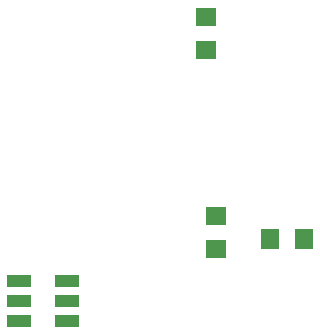
<source format=gbr>
G04 EAGLE Gerber X2 export*
%TF.Part,Single*%
%TF.FileFunction,Paste,Bot*%
%TF.FilePolarity,Positive*%
%TF.GenerationSoftware,Autodesk,EAGLE,8.6.0*%
%TF.CreationDate,2018-10-27T03:19:52Z*%
G75*
%MOMM*%
%FSLAX34Y34*%
%LPD*%
%AMOC8*
5,1,8,0,0,1.08239X$1,22.5*%
G01*
%ADD10R,1.800000X1.600000*%
%ADD11R,1.600000X1.800000*%
%ADD12R,2.000000X1.100000*%


D10*
X200711Y81758D03*
X200711Y109758D03*
D11*
X274909Y90373D03*
X246909Y90373D03*
D10*
X192024Y277906D03*
X192024Y249906D03*
D12*
X34356Y20338D03*
X34356Y37338D03*
X34356Y54338D03*
X74356Y54338D03*
X74356Y37338D03*
X74356Y20338D03*
M02*

</source>
